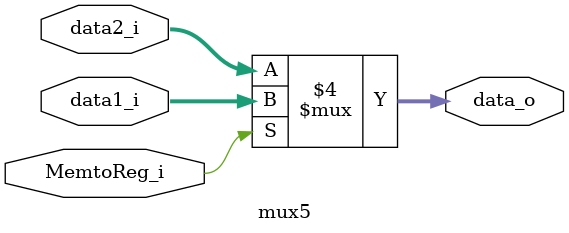
<source format=v>
module mux5(
	MemtoReg_i,
	data1_i,
	data2_i,
	data_o
);

input	[31:0]		data1_i;
input	[31:0]		data2_i;
input				MemtoReg_i;
output reg [31:0]	data_o;

always@(MemtoReg_i or data1_i or data2_i)begin
	if(MemtoReg_i == 1'b1) begin
		data_o = data1_i;
	end
	else begin
		data_o = data2_i;
	end
end

endmodule

</source>
